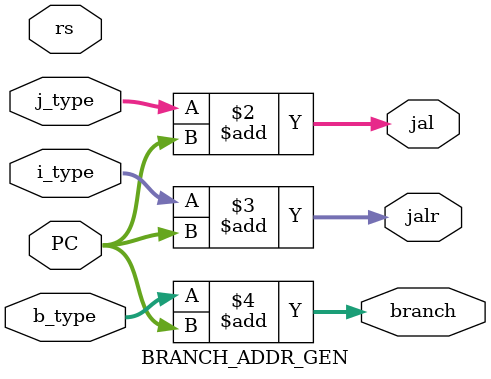
<source format=v>
`timescale 1ns / 1ps


module BRANCH_ADDR_GEN(
       input [31:0] PC, j_type, b_type, i_type, rs,
       output reg [31:0] jal, branch, jalr
    );
    
    always @(*)
    begin
        jal = j_type + PC;
        jalr = i_type + PC;
        branch = b_type + PC;
    end
    
endmodule

</source>
